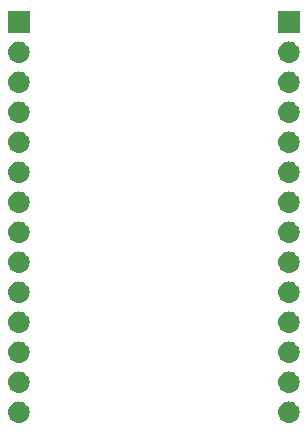
<source format=gbr>
%TF.GenerationSoftware,KiCad,Pcbnew,5.1.4-3.fc31*%
%TF.CreationDate,2019-11-27T18:42:09+01:00*%
%TF.ProjectId,SSOP-28_3.9x9.9mm_P0.635,53534f50-2d32-4385-9f33-2e3978392e39,1.0*%
%TF.SameCoordinates,Original*%
%TF.FileFunction,Soldermask,Bot*%
%TF.FilePolarity,Negative*%
%FSLAX46Y46*%
G04 Gerber Fmt 4.6, Leading zero omitted, Abs format (unit mm)*
G04 Created by KiCad (PCBNEW 5.1.4-3.fc31) date 2019-11-27 18:42:09*
%MOMM*%
%LPD*%
G04 APERTURE LIST*
%ADD10C,0.150000*%
G04 APERTURE END LIST*
D10*
G36*
X147430443Y-128645519D02*
G01*
X147496627Y-128652037D01*
X147666466Y-128703557D01*
X147822991Y-128787222D01*
X147858729Y-128816552D01*
X147960186Y-128899814D01*
X148043448Y-129001271D01*
X148072778Y-129037009D01*
X148156443Y-129193534D01*
X148207963Y-129363373D01*
X148225359Y-129540000D01*
X148207963Y-129716627D01*
X148156443Y-129886466D01*
X148072778Y-130042991D01*
X148043448Y-130078729D01*
X147960186Y-130180186D01*
X147858729Y-130263448D01*
X147822991Y-130292778D01*
X147666466Y-130376443D01*
X147496627Y-130427963D01*
X147430443Y-130434481D01*
X147364260Y-130441000D01*
X147275740Y-130441000D01*
X147209557Y-130434481D01*
X147143373Y-130427963D01*
X146973534Y-130376443D01*
X146817009Y-130292778D01*
X146781271Y-130263448D01*
X146679814Y-130180186D01*
X146596552Y-130078729D01*
X146567222Y-130042991D01*
X146483557Y-129886466D01*
X146432037Y-129716627D01*
X146414641Y-129540000D01*
X146432037Y-129363373D01*
X146483557Y-129193534D01*
X146567222Y-129037009D01*
X146596552Y-129001271D01*
X146679814Y-128899814D01*
X146781271Y-128816552D01*
X146817009Y-128787222D01*
X146973534Y-128703557D01*
X147143373Y-128652037D01*
X147209557Y-128645519D01*
X147275740Y-128639000D01*
X147364260Y-128639000D01*
X147430443Y-128645519D01*
X147430443Y-128645519D01*
G37*
G36*
X124570443Y-128645519D02*
G01*
X124636627Y-128652037D01*
X124806466Y-128703557D01*
X124962991Y-128787222D01*
X124998729Y-128816552D01*
X125100186Y-128899814D01*
X125183448Y-129001271D01*
X125212778Y-129037009D01*
X125296443Y-129193534D01*
X125347963Y-129363373D01*
X125365359Y-129540000D01*
X125347963Y-129716627D01*
X125296443Y-129886466D01*
X125212778Y-130042991D01*
X125183448Y-130078729D01*
X125100186Y-130180186D01*
X124998729Y-130263448D01*
X124962991Y-130292778D01*
X124806466Y-130376443D01*
X124636627Y-130427963D01*
X124570443Y-130434481D01*
X124504260Y-130441000D01*
X124415740Y-130441000D01*
X124349557Y-130434481D01*
X124283373Y-130427963D01*
X124113534Y-130376443D01*
X123957009Y-130292778D01*
X123921271Y-130263448D01*
X123819814Y-130180186D01*
X123736552Y-130078729D01*
X123707222Y-130042991D01*
X123623557Y-129886466D01*
X123572037Y-129716627D01*
X123554641Y-129540000D01*
X123572037Y-129363373D01*
X123623557Y-129193534D01*
X123707222Y-129037009D01*
X123736552Y-129001271D01*
X123819814Y-128899814D01*
X123921271Y-128816552D01*
X123957009Y-128787222D01*
X124113534Y-128703557D01*
X124283373Y-128652037D01*
X124349557Y-128645519D01*
X124415740Y-128639000D01*
X124504260Y-128639000D01*
X124570443Y-128645519D01*
X124570443Y-128645519D01*
G37*
G36*
X124570443Y-126105519D02*
G01*
X124636627Y-126112037D01*
X124806466Y-126163557D01*
X124962991Y-126247222D01*
X124998729Y-126276552D01*
X125100186Y-126359814D01*
X125183448Y-126461271D01*
X125212778Y-126497009D01*
X125296443Y-126653534D01*
X125347963Y-126823373D01*
X125365359Y-127000000D01*
X125347963Y-127176627D01*
X125296443Y-127346466D01*
X125212778Y-127502991D01*
X125183448Y-127538729D01*
X125100186Y-127640186D01*
X124998729Y-127723448D01*
X124962991Y-127752778D01*
X124806466Y-127836443D01*
X124636627Y-127887963D01*
X124570442Y-127894482D01*
X124504260Y-127901000D01*
X124415740Y-127901000D01*
X124349558Y-127894482D01*
X124283373Y-127887963D01*
X124113534Y-127836443D01*
X123957009Y-127752778D01*
X123921271Y-127723448D01*
X123819814Y-127640186D01*
X123736552Y-127538729D01*
X123707222Y-127502991D01*
X123623557Y-127346466D01*
X123572037Y-127176627D01*
X123554641Y-127000000D01*
X123572037Y-126823373D01*
X123623557Y-126653534D01*
X123707222Y-126497009D01*
X123736552Y-126461271D01*
X123819814Y-126359814D01*
X123921271Y-126276552D01*
X123957009Y-126247222D01*
X124113534Y-126163557D01*
X124283373Y-126112037D01*
X124349557Y-126105519D01*
X124415740Y-126099000D01*
X124504260Y-126099000D01*
X124570443Y-126105519D01*
X124570443Y-126105519D01*
G37*
G36*
X147430443Y-126105519D02*
G01*
X147496627Y-126112037D01*
X147666466Y-126163557D01*
X147822991Y-126247222D01*
X147858729Y-126276552D01*
X147960186Y-126359814D01*
X148043448Y-126461271D01*
X148072778Y-126497009D01*
X148156443Y-126653534D01*
X148207963Y-126823373D01*
X148225359Y-127000000D01*
X148207963Y-127176627D01*
X148156443Y-127346466D01*
X148072778Y-127502991D01*
X148043448Y-127538729D01*
X147960186Y-127640186D01*
X147858729Y-127723448D01*
X147822991Y-127752778D01*
X147666466Y-127836443D01*
X147496627Y-127887963D01*
X147430442Y-127894482D01*
X147364260Y-127901000D01*
X147275740Y-127901000D01*
X147209558Y-127894482D01*
X147143373Y-127887963D01*
X146973534Y-127836443D01*
X146817009Y-127752778D01*
X146781271Y-127723448D01*
X146679814Y-127640186D01*
X146596552Y-127538729D01*
X146567222Y-127502991D01*
X146483557Y-127346466D01*
X146432037Y-127176627D01*
X146414641Y-127000000D01*
X146432037Y-126823373D01*
X146483557Y-126653534D01*
X146567222Y-126497009D01*
X146596552Y-126461271D01*
X146679814Y-126359814D01*
X146781271Y-126276552D01*
X146817009Y-126247222D01*
X146973534Y-126163557D01*
X147143373Y-126112037D01*
X147209557Y-126105519D01*
X147275740Y-126099000D01*
X147364260Y-126099000D01*
X147430443Y-126105519D01*
X147430443Y-126105519D01*
G37*
G36*
X124570442Y-123565518D02*
G01*
X124636627Y-123572037D01*
X124806466Y-123623557D01*
X124962991Y-123707222D01*
X124998729Y-123736552D01*
X125100186Y-123819814D01*
X125183448Y-123921271D01*
X125212778Y-123957009D01*
X125296443Y-124113534D01*
X125347963Y-124283373D01*
X125365359Y-124460000D01*
X125347963Y-124636627D01*
X125296443Y-124806466D01*
X125212778Y-124962991D01*
X125183448Y-124998729D01*
X125100186Y-125100186D01*
X124998729Y-125183448D01*
X124962991Y-125212778D01*
X124806466Y-125296443D01*
X124636627Y-125347963D01*
X124570442Y-125354482D01*
X124504260Y-125361000D01*
X124415740Y-125361000D01*
X124349558Y-125354482D01*
X124283373Y-125347963D01*
X124113534Y-125296443D01*
X123957009Y-125212778D01*
X123921271Y-125183448D01*
X123819814Y-125100186D01*
X123736552Y-124998729D01*
X123707222Y-124962991D01*
X123623557Y-124806466D01*
X123572037Y-124636627D01*
X123554641Y-124460000D01*
X123572037Y-124283373D01*
X123623557Y-124113534D01*
X123707222Y-123957009D01*
X123736552Y-123921271D01*
X123819814Y-123819814D01*
X123921271Y-123736552D01*
X123957009Y-123707222D01*
X124113534Y-123623557D01*
X124283373Y-123572037D01*
X124349558Y-123565518D01*
X124415740Y-123559000D01*
X124504260Y-123559000D01*
X124570442Y-123565518D01*
X124570442Y-123565518D01*
G37*
G36*
X147430442Y-123565518D02*
G01*
X147496627Y-123572037D01*
X147666466Y-123623557D01*
X147822991Y-123707222D01*
X147858729Y-123736552D01*
X147960186Y-123819814D01*
X148043448Y-123921271D01*
X148072778Y-123957009D01*
X148156443Y-124113534D01*
X148207963Y-124283373D01*
X148225359Y-124460000D01*
X148207963Y-124636627D01*
X148156443Y-124806466D01*
X148072778Y-124962991D01*
X148043448Y-124998729D01*
X147960186Y-125100186D01*
X147858729Y-125183448D01*
X147822991Y-125212778D01*
X147666466Y-125296443D01*
X147496627Y-125347963D01*
X147430442Y-125354482D01*
X147364260Y-125361000D01*
X147275740Y-125361000D01*
X147209558Y-125354482D01*
X147143373Y-125347963D01*
X146973534Y-125296443D01*
X146817009Y-125212778D01*
X146781271Y-125183448D01*
X146679814Y-125100186D01*
X146596552Y-124998729D01*
X146567222Y-124962991D01*
X146483557Y-124806466D01*
X146432037Y-124636627D01*
X146414641Y-124460000D01*
X146432037Y-124283373D01*
X146483557Y-124113534D01*
X146567222Y-123957009D01*
X146596552Y-123921271D01*
X146679814Y-123819814D01*
X146781271Y-123736552D01*
X146817009Y-123707222D01*
X146973534Y-123623557D01*
X147143373Y-123572037D01*
X147209558Y-123565518D01*
X147275740Y-123559000D01*
X147364260Y-123559000D01*
X147430442Y-123565518D01*
X147430442Y-123565518D01*
G37*
G36*
X147430442Y-121025518D02*
G01*
X147496627Y-121032037D01*
X147666466Y-121083557D01*
X147822991Y-121167222D01*
X147858729Y-121196552D01*
X147960186Y-121279814D01*
X148043448Y-121381271D01*
X148072778Y-121417009D01*
X148156443Y-121573534D01*
X148207963Y-121743373D01*
X148225359Y-121920000D01*
X148207963Y-122096627D01*
X148156443Y-122266466D01*
X148072778Y-122422991D01*
X148043448Y-122458729D01*
X147960186Y-122560186D01*
X147858729Y-122643448D01*
X147822991Y-122672778D01*
X147666466Y-122756443D01*
X147496627Y-122807963D01*
X147430443Y-122814481D01*
X147364260Y-122821000D01*
X147275740Y-122821000D01*
X147209557Y-122814481D01*
X147143373Y-122807963D01*
X146973534Y-122756443D01*
X146817009Y-122672778D01*
X146781271Y-122643448D01*
X146679814Y-122560186D01*
X146596552Y-122458729D01*
X146567222Y-122422991D01*
X146483557Y-122266466D01*
X146432037Y-122096627D01*
X146414641Y-121920000D01*
X146432037Y-121743373D01*
X146483557Y-121573534D01*
X146567222Y-121417009D01*
X146596552Y-121381271D01*
X146679814Y-121279814D01*
X146781271Y-121196552D01*
X146817009Y-121167222D01*
X146973534Y-121083557D01*
X147143373Y-121032037D01*
X147209558Y-121025518D01*
X147275740Y-121019000D01*
X147364260Y-121019000D01*
X147430442Y-121025518D01*
X147430442Y-121025518D01*
G37*
G36*
X124570442Y-121025518D02*
G01*
X124636627Y-121032037D01*
X124806466Y-121083557D01*
X124962991Y-121167222D01*
X124998729Y-121196552D01*
X125100186Y-121279814D01*
X125183448Y-121381271D01*
X125212778Y-121417009D01*
X125296443Y-121573534D01*
X125347963Y-121743373D01*
X125365359Y-121920000D01*
X125347963Y-122096627D01*
X125296443Y-122266466D01*
X125212778Y-122422991D01*
X125183448Y-122458729D01*
X125100186Y-122560186D01*
X124998729Y-122643448D01*
X124962991Y-122672778D01*
X124806466Y-122756443D01*
X124636627Y-122807963D01*
X124570443Y-122814481D01*
X124504260Y-122821000D01*
X124415740Y-122821000D01*
X124349557Y-122814481D01*
X124283373Y-122807963D01*
X124113534Y-122756443D01*
X123957009Y-122672778D01*
X123921271Y-122643448D01*
X123819814Y-122560186D01*
X123736552Y-122458729D01*
X123707222Y-122422991D01*
X123623557Y-122266466D01*
X123572037Y-122096627D01*
X123554641Y-121920000D01*
X123572037Y-121743373D01*
X123623557Y-121573534D01*
X123707222Y-121417009D01*
X123736552Y-121381271D01*
X123819814Y-121279814D01*
X123921271Y-121196552D01*
X123957009Y-121167222D01*
X124113534Y-121083557D01*
X124283373Y-121032037D01*
X124349558Y-121025518D01*
X124415740Y-121019000D01*
X124504260Y-121019000D01*
X124570442Y-121025518D01*
X124570442Y-121025518D01*
G37*
G36*
X124570442Y-118485518D02*
G01*
X124636627Y-118492037D01*
X124806466Y-118543557D01*
X124962991Y-118627222D01*
X124998729Y-118656552D01*
X125100186Y-118739814D01*
X125183448Y-118841271D01*
X125212778Y-118877009D01*
X125296443Y-119033534D01*
X125347963Y-119203373D01*
X125365359Y-119380000D01*
X125347963Y-119556627D01*
X125296443Y-119726466D01*
X125212778Y-119882991D01*
X125183448Y-119918729D01*
X125100186Y-120020186D01*
X124998729Y-120103448D01*
X124962991Y-120132778D01*
X124806466Y-120216443D01*
X124636627Y-120267963D01*
X124570442Y-120274482D01*
X124504260Y-120281000D01*
X124415740Y-120281000D01*
X124349558Y-120274482D01*
X124283373Y-120267963D01*
X124113534Y-120216443D01*
X123957009Y-120132778D01*
X123921271Y-120103448D01*
X123819814Y-120020186D01*
X123736552Y-119918729D01*
X123707222Y-119882991D01*
X123623557Y-119726466D01*
X123572037Y-119556627D01*
X123554641Y-119380000D01*
X123572037Y-119203373D01*
X123623557Y-119033534D01*
X123707222Y-118877009D01*
X123736552Y-118841271D01*
X123819814Y-118739814D01*
X123921271Y-118656552D01*
X123957009Y-118627222D01*
X124113534Y-118543557D01*
X124283373Y-118492037D01*
X124349558Y-118485518D01*
X124415740Y-118479000D01*
X124504260Y-118479000D01*
X124570442Y-118485518D01*
X124570442Y-118485518D01*
G37*
G36*
X147430442Y-118485518D02*
G01*
X147496627Y-118492037D01*
X147666466Y-118543557D01*
X147822991Y-118627222D01*
X147858729Y-118656552D01*
X147960186Y-118739814D01*
X148043448Y-118841271D01*
X148072778Y-118877009D01*
X148156443Y-119033534D01*
X148207963Y-119203373D01*
X148225359Y-119380000D01*
X148207963Y-119556627D01*
X148156443Y-119726466D01*
X148072778Y-119882991D01*
X148043448Y-119918729D01*
X147960186Y-120020186D01*
X147858729Y-120103448D01*
X147822991Y-120132778D01*
X147666466Y-120216443D01*
X147496627Y-120267963D01*
X147430442Y-120274482D01*
X147364260Y-120281000D01*
X147275740Y-120281000D01*
X147209558Y-120274482D01*
X147143373Y-120267963D01*
X146973534Y-120216443D01*
X146817009Y-120132778D01*
X146781271Y-120103448D01*
X146679814Y-120020186D01*
X146596552Y-119918729D01*
X146567222Y-119882991D01*
X146483557Y-119726466D01*
X146432037Y-119556627D01*
X146414641Y-119380000D01*
X146432037Y-119203373D01*
X146483557Y-119033534D01*
X146567222Y-118877009D01*
X146596552Y-118841271D01*
X146679814Y-118739814D01*
X146781271Y-118656552D01*
X146817009Y-118627222D01*
X146973534Y-118543557D01*
X147143373Y-118492037D01*
X147209558Y-118485518D01*
X147275740Y-118479000D01*
X147364260Y-118479000D01*
X147430442Y-118485518D01*
X147430442Y-118485518D01*
G37*
G36*
X124570442Y-115945518D02*
G01*
X124636627Y-115952037D01*
X124806466Y-116003557D01*
X124962991Y-116087222D01*
X124998729Y-116116552D01*
X125100186Y-116199814D01*
X125183448Y-116301271D01*
X125212778Y-116337009D01*
X125296443Y-116493534D01*
X125347963Y-116663373D01*
X125365359Y-116840000D01*
X125347963Y-117016627D01*
X125296443Y-117186466D01*
X125212778Y-117342991D01*
X125183448Y-117378729D01*
X125100186Y-117480186D01*
X124998729Y-117563448D01*
X124962991Y-117592778D01*
X124806466Y-117676443D01*
X124636627Y-117727963D01*
X124570442Y-117734482D01*
X124504260Y-117741000D01*
X124415740Y-117741000D01*
X124349558Y-117734482D01*
X124283373Y-117727963D01*
X124113534Y-117676443D01*
X123957009Y-117592778D01*
X123921271Y-117563448D01*
X123819814Y-117480186D01*
X123736552Y-117378729D01*
X123707222Y-117342991D01*
X123623557Y-117186466D01*
X123572037Y-117016627D01*
X123554641Y-116840000D01*
X123572037Y-116663373D01*
X123623557Y-116493534D01*
X123707222Y-116337009D01*
X123736552Y-116301271D01*
X123819814Y-116199814D01*
X123921271Y-116116552D01*
X123957009Y-116087222D01*
X124113534Y-116003557D01*
X124283373Y-115952037D01*
X124349558Y-115945518D01*
X124415740Y-115939000D01*
X124504260Y-115939000D01*
X124570442Y-115945518D01*
X124570442Y-115945518D01*
G37*
G36*
X147430442Y-115945518D02*
G01*
X147496627Y-115952037D01*
X147666466Y-116003557D01*
X147822991Y-116087222D01*
X147858729Y-116116552D01*
X147960186Y-116199814D01*
X148043448Y-116301271D01*
X148072778Y-116337009D01*
X148156443Y-116493534D01*
X148207963Y-116663373D01*
X148225359Y-116840000D01*
X148207963Y-117016627D01*
X148156443Y-117186466D01*
X148072778Y-117342991D01*
X148043448Y-117378729D01*
X147960186Y-117480186D01*
X147858729Y-117563448D01*
X147822991Y-117592778D01*
X147666466Y-117676443D01*
X147496627Y-117727963D01*
X147430442Y-117734482D01*
X147364260Y-117741000D01*
X147275740Y-117741000D01*
X147209558Y-117734482D01*
X147143373Y-117727963D01*
X146973534Y-117676443D01*
X146817009Y-117592778D01*
X146781271Y-117563448D01*
X146679814Y-117480186D01*
X146596552Y-117378729D01*
X146567222Y-117342991D01*
X146483557Y-117186466D01*
X146432037Y-117016627D01*
X146414641Y-116840000D01*
X146432037Y-116663373D01*
X146483557Y-116493534D01*
X146567222Y-116337009D01*
X146596552Y-116301271D01*
X146679814Y-116199814D01*
X146781271Y-116116552D01*
X146817009Y-116087222D01*
X146973534Y-116003557D01*
X147143373Y-115952037D01*
X147209558Y-115945518D01*
X147275740Y-115939000D01*
X147364260Y-115939000D01*
X147430442Y-115945518D01*
X147430442Y-115945518D01*
G37*
G36*
X124570443Y-113405519D02*
G01*
X124636627Y-113412037D01*
X124806466Y-113463557D01*
X124962991Y-113547222D01*
X124998729Y-113576552D01*
X125100186Y-113659814D01*
X125183448Y-113761271D01*
X125212778Y-113797009D01*
X125296443Y-113953534D01*
X125347963Y-114123373D01*
X125365359Y-114300000D01*
X125347963Y-114476627D01*
X125296443Y-114646466D01*
X125212778Y-114802991D01*
X125183448Y-114838729D01*
X125100186Y-114940186D01*
X124998729Y-115023448D01*
X124962991Y-115052778D01*
X124806466Y-115136443D01*
X124636627Y-115187963D01*
X124570442Y-115194482D01*
X124504260Y-115201000D01*
X124415740Y-115201000D01*
X124349558Y-115194482D01*
X124283373Y-115187963D01*
X124113534Y-115136443D01*
X123957009Y-115052778D01*
X123921271Y-115023448D01*
X123819814Y-114940186D01*
X123736552Y-114838729D01*
X123707222Y-114802991D01*
X123623557Y-114646466D01*
X123572037Y-114476627D01*
X123554641Y-114300000D01*
X123572037Y-114123373D01*
X123623557Y-113953534D01*
X123707222Y-113797009D01*
X123736552Y-113761271D01*
X123819814Y-113659814D01*
X123921271Y-113576552D01*
X123957009Y-113547222D01*
X124113534Y-113463557D01*
X124283373Y-113412037D01*
X124349557Y-113405519D01*
X124415740Y-113399000D01*
X124504260Y-113399000D01*
X124570443Y-113405519D01*
X124570443Y-113405519D01*
G37*
G36*
X147430443Y-113405519D02*
G01*
X147496627Y-113412037D01*
X147666466Y-113463557D01*
X147822991Y-113547222D01*
X147858729Y-113576552D01*
X147960186Y-113659814D01*
X148043448Y-113761271D01*
X148072778Y-113797009D01*
X148156443Y-113953534D01*
X148207963Y-114123373D01*
X148225359Y-114300000D01*
X148207963Y-114476627D01*
X148156443Y-114646466D01*
X148072778Y-114802991D01*
X148043448Y-114838729D01*
X147960186Y-114940186D01*
X147858729Y-115023448D01*
X147822991Y-115052778D01*
X147666466Y-115136443D01*
X147496627Y-115187963D01*
X147430442Y-115194482D01*
X147364260Y-115201000D01*
X147275740Y-115201000D01*
X147209558Y-115194482D01*
X147143373Y-115187963D01*
X146973534Y-115136443D01*
X146817009Y-115052778D01*
X146781271Y-115023448D01*
X146679814Y-114940186D01*
X146596552Y-114838729D01*
X146567222Y-114802991D01*
X146483557Y-114646466D01*
X146432037Y-114476627D01*
X146414641Y-114300000D01*
X146432037Y-114123373D01*
X146483557Y-113953534D01*
X146567222Y-113797009D01*
X146596552Y-113761271D01*
X146679814Y-113659814D01*
X146781271Y-113576552D01*
X146817009Y-113547222D01*
X146973534Y-113463557D01*
X147143373Y-113412037D01*
X147209557Y-113405519D01*
X147275740Y-113399000D01*
X147364260Y-113399000D01*
X147430443Y-113405519D01*
X147430443Y-113405519D01*
G37*
G36*
X147430442Y-110865518D02*
G01*
X147496627Y-110872037D01*
X147666466Y-110923557D01*
X147822991Y-111007222D01*
X147858729Y-111036552D01*
X147960186Y-111119814D01*
X148043448Y-111221271D01*
X148072778Y-111257009D01*
X148156443Y-111413534D01*
X148207963Y-111583373D01*
X148225359Y-111760000D01*
X148207963Y-111936627D01*
X148156443Y-112106466D01*
X148072778Y-112262991D01*
X148043448Y-112298729D01*
X147960186Y-112400186D01*
X147858729Y-112483448D01*
X147822991Y-112512778D01*
X147666466Y-112596443D01*
X147496627Y-112647963D01*
X147430442Y-112654482D01*
X147364260Y-112661000D01*
X147275740Y-112661000D01*
X147209558Y-112654482D01*
X147143373Y-112647963D01*
X146973534Y-112596443D01*
X146817009Y-112512778D01*
X146781271Y-112483448D01*
X146679814Y-112400186D01*
X146596552Y-112298729D01*
X146567222Y-112262991D01*
X146483557Y-112106466D01*
X146432037Y-111936627D01*
X146414641Y-111760000D01*
X146432037Y-111583373D01*
X146483557Y-111413534D01*
X146567222Y-111257009D01*
X146596552Y-111221271D01*
X146679814Y-111119814D01*
X146781271Y-111036552D01*
X146817009Y-111007222D01*
X146973534Y-110923557D01*
X147143373Y-110872037D01*
X147209558Y-110865518D01*
X147275740Y-110859000D01*
X147364260Y-110859000D01*
X147430442Y-110865518D01*
X147430442Y-110865518D01*
G37*
G36*
X124570442Y-110865518D02*
G01*
X124636627Y-110872037D01*
X124806466Y-110923557D01*
X124962991Y-111007222D01*
X124998729Y-111036552D01*
X125100186Y-111119814D01*
X125183448Y-111221271D01*
X125212778Y-111257009D01*
X125296443Y-111413534D01*
X125347963Y-111583373D01*
X125365359Y-111760000D01*
X125347963Y-111936627D01*
X125296443Y-112106466D01*
X125212778Y-112262991D01*
X125183448Y-112298729D01*
X125100186Y-112400186D01*
X124998729Y-112483448D01*
X124962991Y-112512778D01*
X124806466Y-112596443D01*
X124636627Y-112647963D01*
X124570442Y-112654482D01*
X124504260Y-112661000D01*
X124415740Y-112661000D01*
X124349558Y-112654482D01*
X124283373Y-112647963D01*
X124113534Y-112596443D01*
X123957009Y-112512778D01*
X123921271Y-112483448D01*
X123819814Y-112400186D01*
X123736552Y-112298729D01*
X123707222Y-112262991D01*
X123623557Y-112106466D01*
X123572037Y-111936627D01*
X123554641Y-111760000D01*
X123572037Y-111583373D01*
X123623557Y-111413534D01*
X123707222Y-111257009D01*
X123736552Y-111221271D01*
X123819814Y-111119814D01*
X123921271Y-111036552D01*
X123957009Y-111007222D01*
X124113534Y-110923557D01*
X124283373Y-110872037D01*
X124349558Y-110865518D01*
X124415740Y-110859000D01*
X124504260Y-110859000D01*
X124570442Y-110865518D01*
X124570442Y-110865518D01*
G37*
G36*
X147430443Y-108325519D02*
G01*
X147496627Y-108332037D01*
X147666466Y-108383557D01*
X147822991Y-108467222D01*
X147858729Y-108496552D01*
X147960186Y-108579814D01*
X148043448Y-108681271D01*
X148072778Y-108717009D01*
X148156443Y-108873534D01*
X148207963Y-109043373D01*
X148225359Y-109220000D01*
X148207963Y-109396627D01*
X148156443Y-109566466D01*
X148072778Y-109722991D01*
X148043448Y-109758729D01*
X147960186Y-109860186D01*
X147858729Y-109943448D01*
X147822991Y-109972778D01*
X147666466Y-110056443D01*
X147496627Y-110107963D01*
X147430443Y-110114481D01*
X147364260Y-110121000D01*
X147275740Y-110121000D01*
X147209557Y-110114481D01*
X147143373Y-110107963D01*
X146973534Y-110056443D01*
X146817009Y-109972778D01*
X146781271Y-109943448D01*
X146679814Y-109860186D01*
X146596552Y-109758729D01*
X146567222Y-109722991D01*
X146483557Y-109566466D01*
X146432037Y-109396627D01*
X146414641Y-109220000D01*
X146432037Y-109043373D01*
X146483557Y-108873534D01*
X146567222Y-108717009D01*
X146596552Y-108681271D01*
X146679814Y-108579814D01*
X146781271Y-108496552D01*
X146817009Y-108467222D01*
X146973534Y-108383557D01*
X147143373Y-108332037D01*
X147209557Y-108325519D01*
X147275740Y-108319000D01*
X147364260Y-108319000D01*
X147430443Y-108325519D01*
X147430443Y-108325519D01*
G37*
G36*
X124570443Y-108325519D02*
G01*
X124636627Y-108332037D01*
X124806466Y-108383557D01*
X124962991Y-108467222D01*
X124998729Y-108496552D01*
X125100186Y-108579814D01*
X125183448Y-108681271D01*
X125212778Y-108717009D01*
X125296443Y-108873534D01*
X125347963Y-109043373D01*
X125365359Y-109220000D01*
X125347963Y-109396627D01*
X125296443Y-109566466D01*
X125212778Y-109722991D01*
X125183448Y-109758729D01*
X125100186Y-109860186D01*
X124998729Y-109943448D01*
X124962991Y-109972778D01*
X124806466Y-110056443D01*
X124636627Y-110107963D01*
X124570443Y-110114481D01*
X124504260Y-110121000D01*
X124415740Y-110121000D01*
X124349557Y-110114481D01*
X124283373Y-110107963D01*
X124113534Y-110056443D01*
X123957009Y-109972778D01*
X123921271Y-109943448D01*
X123819814Y-109860186D01*
X123736552Y-109758729D01*
X123707222Y-109722991D01*
X123623557Y-109566466D01*
X123572037Y-109396627D01*
X123554641Y-109220000D01*
X123572037Y-109043373D01*
X123623557Y-108873534D01*
X123707222Y-108717009D01*
X123736552Y-108681271D01*
X123819814Y-108579814D01*
X123921271Y-108496552D01*
X123957009Y-108467222D01*
X124113534Y-108383557D01*
X124283373Y-108332037D01*
X124349557Y-108325519D01*
X124415740Y-108319000D01*
X124504260Y-108319000D01*
X124570443Y-108325519D01*
X124570443Y-108325519D01*
G37*
G36*
X147430443Y-105785519D02*
G01*
X147496627Y-105792037D01*
X147666466Y-105843557D01*
X147822991Y-105927222D01*
X147858729Y-105956552D01*
X147960186Y-106039814D01*
X148043448Y-106141271D01*
X148072778Y-106177009D01*
X148156443Y-106333534D01*
X148207963Y-106503373D01*
X148225359Y-106680000D01*
X148207963Y-106856627D01*
X148156443Y-107026466D01*
X148072778Y-107182991D01*
X148043448Y-107218729D01*
X147960186Y-107320186D01*
X147858729Y-107403448D01*
X147822991Y-107432778D01*
X147666466Y-107516443D01*
X147496627Y-107567963D01*
X147430443Y-107574481D01*
X147364260Y-107581000D01*
X147275740Y-107581000D01*
X147209557Y-107574481D01*
X147143373Y-107567963D01*
X146973534Y-107516443D01*
X146817009Y-107432778D01*
X146781271Y-107403448D01*
X146679814Y-107320186D01*
X146596552Y-107218729D01*
X146567222Y-107182991D01*
X146483557Y-107026466D01*
X146432037Y-106856627D01*
X146414641Y-106680000D01*
X146432037Y-106503373D01*
X146483557Y-106333534D01*
X146567222Y-106177009D01*
X146596552Y-106141271D01*
X146679814Y-106039814D01*
X146781271Y-105956552D01*
X146817009Y-105927222D01*
X146973534Y-105843557D01*
X147143373Y-105792037D01*
X147209557Y-105785519D01*
X147275740Y-105779000D01*
X147364260Y-105779000D01*
X147430443Y-105785519D01*
X147430443Y-105785519D01*
G37*
G36*
X124570443Y-105785519D02*
G01*
X124636627Y-105792037D01*
X124806466Y-105843557D01*
X124962991Y-105927222D01*
X124998729Y-105956552D01*
X125100186Y-106039814D01*
X125183448Y-106141271D01*
X125212778Y-106177009D01*
X125296443Y-106333534D01*
X125347963Y-106503373D01*
X125365359Y-106680000D01*
X125347963Y-106856627D01*
X125296443Y-107026466D01*
X125212778Y-107182991D01*
X125183448Y-107218729D01*
X125100186Y-107320186D01*
X124998729Y-107403448D01*
X124962991Y-107432778D01*
X124806466Y-107516443D01*
X124636627Y-107567963D01*
X124570443Y-107574481D01*
X124504260Y-107581000D01*
X124415740Y-107581000D01*
X124349557Y-107574481D01*
X124283373Y-107567963D01*
X124113534Y-107516443D01*
X123957009Y-107432778D01*
X123921271Y-107403448D01*
X123819814Y-107320186D01*
X123736552Y-107218729D01*
X123707222Y-107182991D01*
X123623557Y-107026466D01*
X123572037Y-106856627D01*
X123554641Y-106680000D01*
X123572037Y-106503373D01*
X123623557Y-106333534D01*
X123707222Y-106177009D01*
X123736552Y-106141271D01*
X123819814Y-106039814D01*
X123921271Y-105956552D01*
X123957009Y-105927222D01*
X124113534Y-105843557D01*
X124283373Y-105792037D01*
X124349557Y-105785519D01*
X124415740Y-105779000D01*
X124504260Y-105779000D01*
X124570443Y-105785519D01*
X124570443Y-105785519D01*
G37*
G36*
X147430443Y-103245519D02*
G01*
X147496627Y-103252037D01*
X147666466Y-103303557D01*
X147822991Y-103387222D01*
X147858729Y-103416552D01*
X147960186Y-103499814D01*
X148043448Y-103601271D01*
X148072778Y-103637009D01*
X148156443Y-103793534D01*
X148207963Y-103963373D01*
X148225359Y-104140000D01*
X148207963Y-104316627D01*
X148156443Y-104486466D01*
X148072778Y-104642991D01*
X148043448Y-104678729D01*
X147960186Y-104780186D01*
X147858729Y-104863448D01*
X147822991Y-104892778D01*
X147666466Y-104976443D01*
X147496627Y-105027963D01*
X147430442Y-105034482D01*
X147364260Y-105041000D01*
X147275740Y-105041000D01*
X147209557Y-105034481D01*
X147143373Y-105027963D01*
X146973534Y-104976443D01*
X146817009Y-104892778D01*
X146781271Y-104863448D01*
X146679814Y-104780186D01*
X146596552Y-104678729D01*
X146567222Y-104642991D01*
X146483557Y-104486466D01*
X146432037Y-104316627D01*
X146414641Y-104140000D01*
X146432037Y-103963373D01*
X146483557Y-103793534D01*
X146567222Y-103637009D01*
X146596552Y-103601271D01*
X146679814Y-103499814D01*
X146781271Y-103416552D01*
X146817009Y-103387222D01*
X146973534Y-103303557D01*
X147143373Y-103252037D01*
X147209558Y-103245518D01*
X147275740Y-103239000D01*
X147364260Y-103239000D01*
X147430443Y-103245519D01*
X147430443Y-103245519D01*
G37*
G36*
X124570443Y-103245519D02*
G01*
X124636627Y-103252037D01*
X124806466Y-103303557D01*
X124962991Y-103387222D01*
X124998729Y-103416552D01*
X125100186Y-103499814D01*
X125183448Y-103601271D01*
X125212778Y-103637009D01*
X125296443Y-103793534D01*
X125347963Y-103963373D01*
X125365359Y-104140000D01*
X125347963Y-104316627D01*
X125296443Y-104486466D01*
X125212778Y-104642991D01*
X125183448Y-104678729D01*
X125100186Y-104780186D01*
X124998729Y-104863448D01*
X124962991Y-104892778D01*
X124806466Y-104976443D01*
X124636627Y-105027963D01*
X124570442Y-105034482D01*
X124504260Y-105041000D01*
X124415740Y-105041000D01*
X124349557Y-105034481D01*
X124283373Y-105027963D01*
X124113534Y-104976443D01*
X123957009Y-104892778D01*
X123921271Y-104863448D01*
X123819814Y-104780186D01*
X123736552Y-104678729D01*
X123707222Y-104642991D01*
X123623557Y-104486466D01*
X123572037Y-104316627D01*
X123554641Y-104140000D01*
X123572037Y-103963373D01*
X123623557Y-103793534D01*
X123707222Y-103637009D01*
X123736552Y-103601271D01*
X123819814Y-103499814D01*
X123921271Y-103416552D01*
X123957009Y-103387222D01*
X124113534Y-103303557D01*
X124283373Y-103252037D01*
X124349558Y-103245518D01*
X124415740Y-103239000D01*
X124504260Y-103239000D01*
X124570443Y-103245519D01*
X124570443Y-103245519D01*
G37*
G36*
X124570443Y-100705519D02*
G01*
X124636627Y-100712037D01*
X124806466Y-100763557D01*
X124962991Y-100847222D01*
X124998729Y-100876552D01*
X125100186Y-100959814D01*
X125183448Y-101061271D01*
X125212778Y-101097009D01*
X125296443Y-101253534D01*
X125347963Y-101423373D01*
X125365359Y-101600000D01*
X125347963Y-101776627D01*
X125296443Y-101946466D01*
X125212778Y-102102991D01*
X125183448Y-102138729D01*
X125100186Y-102240186D01*
X124998729Y-102323448D01*
X124962991Y-102352778D01*
X124806466Y-102436443D01*
X124636627Y-102487963D01*
X124570442Y-102494482D01*
X124504260Y-102501000D01*
X124415740Y-102501000D01*
X124349558Y-102494482D01*
X124283373Y-102487963D01*
X124113534Y-102436443D01*
X123957009Y-102352778D01*
X123921271Y-102323448D01*
X123819814Y-102240186D01*
X123736552Y-102138729D01*
X123707222Y-102102991D01*
X123623557Y-101946466D01*
X123572037Y-101776627D01*
X123554641Y-101600000D01*
X123572037Y-101423373D01*
X123623557Y-101253534D01*
X123707222Y-101097009D01*
X123736552Y-101061271D01*
X123819814Y-100959814D01*
X123921271Y-100876552D01*
X123957009Y-100847222D01*
X124113534Y-100763557D01*
X124283373Y-100712037D01*
X124349557Y-100705519D01*
X124415740Y-100699000D01*
X124504260Y-100699000D01*
X124570443Y-100705519D01*
X124570443Y-100705519D01*
G37*
G36*
X147430443Y-100705519D02*
G01*
X147496627Y-100712037D01*
X147666466Y-100763557D01*
X147822991Y-100847222D01*
X147858729Y-100876552D01*
X147960186Y-100959814D01*
X148043448Y-101061271D01*
X148072778Y-101097009D01*
X148156443Y-101253534D01*
X148207963Y-101423373D01*
X148225359Y-101600000D01*
X148207963Y-101776627D01*
X148156443Y-101946466D01*
X148072778Y-102102991D01*
X148043448Y-102138729D01*
X147960186Y-102240186D01*
X147858729Y-102323448D01*
X147822991Y-102352778D01*
X147666466Y-102436443D01*
X147496627Y-102487963D01*
X147430442Y-102494482D01*
X147364260Y-102501000D01*
X147275740Y-102501000D01*
X147209558Y-102494482D01*
X147143373Y-102487963D01*
X146973534Y-102436443D01*
X146817009Y-102352778D01*
X146781271Y-102323448D01*
X146679814Y-102240186D01*
X146596552Y-102138729D01*
X146567222Y-102102991D01*
X146483557Y-101946466D01*
X146432037Y-101776627D01*
X146414641Y-101600000D01*
X146432037Y-101423373D01*
X146483557Y-101253534D01*
X146567222Y-101097009D01*
X146596552Y-101061271D01*
X146679814Y-100959814D01*
X146781271Y-100876552D01*
X146817009Y-100847222D01*
X146973534Y-100763557D01*
X147143373Y-100712037D01*
X147209557Y-100705519D01*
X147275740Y-100699000D01*
X147364260Y-100699000D01*
X147430443Y-100705519D01*
X147430443Y-100705519D01*
G37*
G36*
X124570443Y-98165519D02*
G01*
X124636627Y-98172037D01*
X124806466Y-98223557D01*
X124962991Y-98307222D01*
X124998729Y-98336552D01*
X125100186Y-98419814D01*
X125183448Y-98521271D01*
X125212778Y-98557009D01*
X125296443Y-98713534D01*
X125347963Y-98883373D01*
X125365359Y-99060000D01*
X125347963Y-99236627D01*
X125296443Y-99406466D01*
X125212778Y-99562991D01*
X125183448Y-99598729D01*
X125100186Y-99700186D01*
X124998729Y-99783448D01*
X124962991Y-99812778D01*
X124806466Y-99896443D01*
X124636627Y-99947963D01*
X124570443Y-99954481D01*
X124504260Y-99961000D01*
X124415740Y-99961000D01*
X124349557Y-99954481D01*
X124283373Y-99947963D01*
X124113534Y-99896443D01*
X123957009Y-99812778D01*
X123921271Y-99783448D01*
X123819814Y-99700186D01*
X123736552Y-99598729D01*
X123707222Y-99562991D01*
X123623557Y-99406466D01*
X123572037Y-99236627D01*
X123554641Y-99060000D01*
X123572037Y-98883373D01*
X123623557Y-98713534D01*
X123707222Y-98557009D01*
X123736552Y-98521271D01*
X123819814Y-98419814D01*
X123921271Y-98336552D01*
X123957009Y-98307222D01*
X124113534Y-98223557D01*
X124283373Y-98172037D01*
X124349557Y-98165519D01*
X124415740Y-98159000D01*
X124504260Y-98159000D01*
X124570443Y-98165519D01*
X124570443Y-98165519D01*
G37*
G36*
X147430443Y-98165519D02*
G01*
X147496627Y-98172037D01*
X147666466Y-98223557D01*
X147822991Y-98307222D01*
X147858729Y-98336552D01*
X147960186Y-98419814D01*
X148043448Y-98521271D01*
X148072778Y-98557009D01*
X148156443Y-98713534D01*
X148207963Y-98883373D01*
X148225359Y-99060000D01*
X148207963Y-99236627D01*
X148156443Y-99406466D01*
X148072778Y-99562991D01*
X148043448Y-99598729D01*
X147960186Y-99700186D01*
X147858729Y-99783448D01*
X147822991Y-99812778D01*
X147666466Y-99896443D01*
X147496627Y-99947963D01*
X147430443Y-99954481D01*
X147364260Y-99961000D01*
X147275740Y-99961000D01*
X147209557Y-99954481D01*
X147143373Y-99947963D01*
X146973534Y-99896443D01*
X146817009Y-99812778D01*
X146781271Y-99783448D01*
X146679814Y-99700186D01*
X146596552Y-99598729D01*
X146567222Y-99562991D01*
X146483557Y-99406466D01*
X146432037Y-99236627D01*
X146414641Y-99060000D01*
X146432037Y-98883373D01*
X146483557Y-98713534D01*
X146567222Y-98557009D01*
X146596552Y-98521271D01*
X146679814Y-98419814D01*
X146781271Y-98336552D01*
X146817009Y-98307222D01*
X146973534Y-98223557D01*
X147143373Y-98172037D01*
X147209557Y-98165519D01*
X147275740Y-98159000D01*
X147364260Y-98159000D01*
X147430443Y-98165519D01*
X147430443Y-98165519D01*
G37*
G36*
X148221000Y-97421000D02*
G01*
X146419000Y-97421000D01*
X146419000Y-95619000D01*
X148221000Y-95619000D01*
X148221000Y-97421000D01*
X148221000Y-97421000D01*
G37*
G36*
X125361000Y-97421000D02*
G01*
X123559000Y-97421000D01*
X123559000Y-95619000D01*
X125361000Y-95619000D01*
X125361000Y-97421000D01*
X125361000Y-97421000D01*
G37*
M02*

</source>
